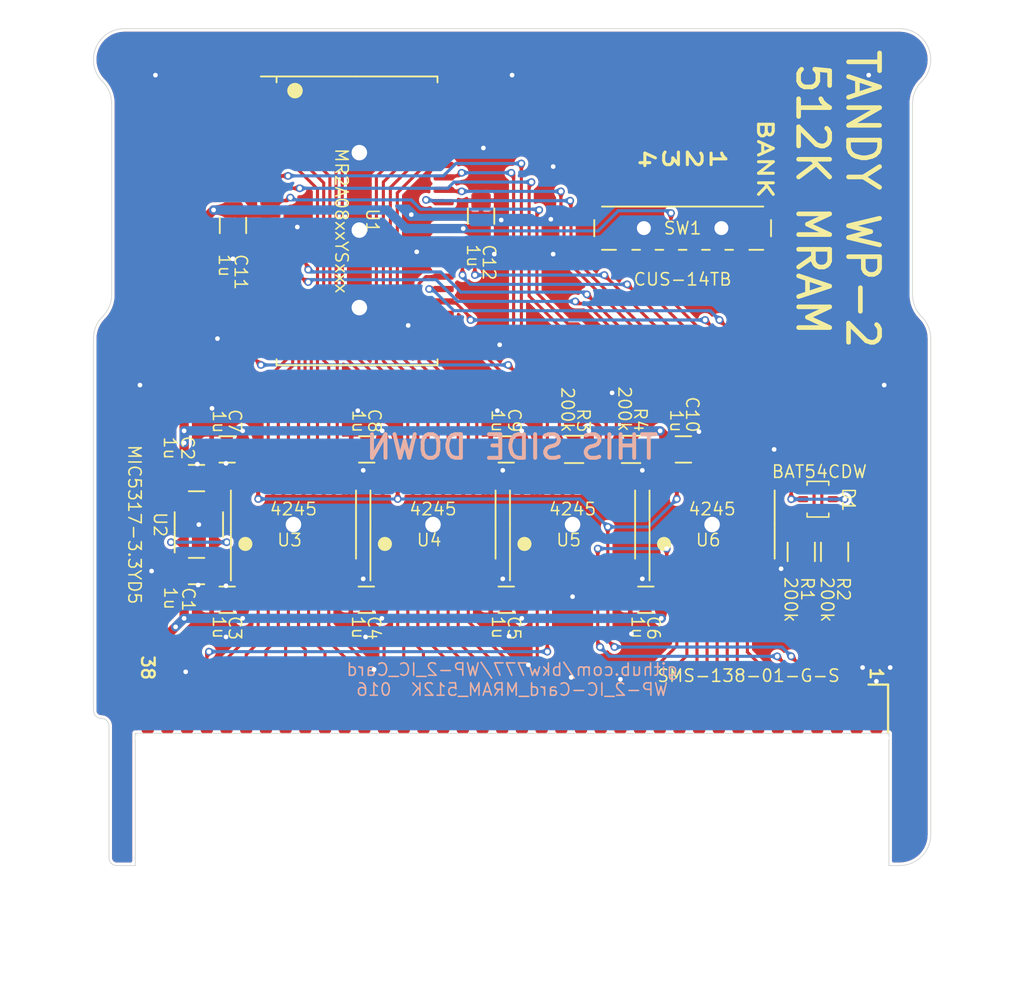
<source format=kicad_pcb>
(kicad_pcb (version 20240108) (generator "pcbnew") (generator_version "8.0")
  (title_block (title "WP-2_IC-Card_MRAM_512K") (date "2024-08-22") (rev "016") (company "Brian K. White - b.kenyon.w@gmail.com") (comment 1 "CC-BY-SA") (comment 2 "github.com/bkw777/WP-2_IC_Card") (comment 3 "PCB THICKNESS 1.2mm"))
  (layers (0 "F.Cu" signal) (31 "B.Cu" signal) (34 "B.Paste" user) (35 "F.Paste" user) (36 "B.SilkS" user "B.Silkscreen") (37 "F.SilkS" user "F.Silkscreen") (38 "B.Mask" user) (39 "F.Mask" user) (44 "Edge.Cuts" user))
  (net 0 "")
  (net 1 "GND")
  (net 2 "/~{CE1}")
  (net 3 "/~{OE}")
  (net 4 "/D0")
  (net 5 "/D1")
  (net 6 "/D2")
  (net 7 "/D3")
  (net 8 "/D4")
  (net 9 "/D5")
  (net 10 "/D6")
  (net 11 "/D7")
  (net 12 "/A16")
  (net 13 "/A15")
  (net 14 "/A14")
  (net 15 "/A13")
  (net 16 "/A12")
  (net 17 "/A11")
  (net 18 "/A10")
  (net 19 "/A9")
  (net 20 "/A8")
  (net 21 "/A7")
  (net 22 "/A6")
  (net 23 "/A5")
  (net 24 "/A4")
  (net 25 "/A3")
  (net 26 "/A2")
  (net 27 "/A1")
  (net 28 "/A0")
  (net 30 "VBUS")
  (net 31 "/3A11")
  (net 36 "/3A9")
  (net 37 "/3A8")
  (net 38 "/3A13")
  (net 39 "/~{3WE}")
  (net 40 "/3A15")
  (net 41 "/3A16")
  (net 42 "/3A14")
  (net 43 "/3A12")
  (net 44 "/3A7")
  (net 45 "/3A6")
  (net 46 "/3A5")
  (net 47 "/3A4")
  (net 48 "/3A3")
  (net 49 "/3A2")
  (net 50 "/3A1")
  (net 51 "/3A0")
  (net 52 "/3D0")
  (net 53 "/3D1")
  (net 54 "/3D2")
  (net 55 "/3D3")
  (net 56 "/3D4")
  (net 57 "/3D5")
  (net 58 "/3D6")
  (net 59 "/3D7")
  (net 60 "/~{3CE1}")
  (net 61 "/3A10")
  (net 63 "/~{3OE}")
  (net 65 "/~{WE}")
  (net 73 "/3A17")
  (net 74 "/3A18")
  (net 78 "VMEM")
  (net 79 "/BANK_2")
  (net 80 "/BANK_4")
  (net 81 "/BANK_3")
  (footprint "0_LOCAL:SMS-138-01-x-x_edge" (layer "F.Cu") (at 135.95 113.72 -90)
    (property "Reference" "J1" (hide yes))
    (property "Value" "SMS-138-01-G-S")
  )
  (footprint "0_LOCAL:pth_wash_1mm" (layer "F.Cu") (at 130.85 100.245)
    (property "Reference" "REF**" (hide yes))
    (property "Value" "pth_wash_1mm" (hide yes))
  )
  (footprint "0_LOCAL:npth_0.6mm" (layer "F.Cu") (at 159.95 114.02)
    (property "Reference" "REF**" (hide yes))
    (property "Value" "npth_0.6mm" (hide yes))
  )
  (footprint "0_LOCAL:C_0805_1mm" (layer "F.Cu") (at 135.575 105.095 180)
    (property "Reference" "C5")
    (property "Value" "1u")
  )
  (footprint "0_LOCAL:C_0805_1mm" (layer "F.Cu") (at 117.575 95.395 180)
    (property "Reference" "C7")
    (property "Value" "1u")
  )
  (footprint "0_LOCAL:C_0805_1mm" (layer "F.Cu") (at 115.6 103.245 180)
    (property "Reference" "C1")
    (property "Value" "1u")
  )
  (footprint "0_LOCAL:C_0805_1mm" (layer "F.Cu") (at 115.6 97.245 180)
    (property "Reference" "C2")
    (property "Value" "1u")
  )
  (footprint "0_LOCAL:R_0805" (layer "F.Cu") (at 156.75 102.0075 90)
    (property "Reference" "R2")
    (property "Value" "200k")
  )
  (footprint "0_LOCAL:TSSOP-24_4.4x7.8mm_P0.65mm" (layer "F.Cu") (at 121.85 100.245 90)
    (property "Reference" "U3")
    (property "Value" "4245")
  )
  (footprint "0_LOCAL:C_0805_1mm" (layer "F.Cu") (at 117.95 80.945 -90)
    (property "Reference" "C11")
    (property "Value" "1u")
  )
  (footprint "0_LOCAL:SW_SP4T_CUS-14B pth" (layer "F.Cu") (at 146.95 81.12 180)
    (property "Reference" "SW1")
    (property "Value" "CUS-14TB")
  )
  (footprint "0_LOCAL:TSSOP-24_4.4x7.8mm_P0.65mm" (layer "F.Cu") (at 130.85 100.245 90)
    (property "Reference" "U4")
    (property "Value" "4245")
  )
  (footprint "0_LOCAL:TSSOP-24_4.4x7.8mm_P0.65mm" (layer "F.Cu") (at 148.85 100.245 90)
    (property "Reference" "U6")
    (property "Value" "4245")
  )
  (footprint "0_LOCAL:C_0805_1mm" (layer "F.Cu") (at 133.95 80.345 90)
    (property "Reference" "C12")
    (property "Value" "1u")
  )
  (footprint "0_LOCAL:C_0805_1mm" (layer "F.Cu") (at 147 95.395)
    (property "Reference" "C10")
    (property "Value" "1u")
  )
  (footprint "0_LOCAL:C_0805_1mm" (layer "F.Cu") (at 126.55 105.095 180)
    (property "Reference" "C4")
    (property "Value" "1u")
  )
  (footprint "0_LOCAL:R_0805" (layer "F.Cu") (at 143.625 95.395)
    (property "Reference" "R4")
    (property "Value" "200k")
  )
  (footprint "0_LOCAL:WP-2_IC_Card_Cover_MRAM_512" (layer "F.Cu") (at 135.95 95.245)
    (property "Reference" "REF**" (hide yes))
    (property "Value" "WP-2_IC_Card_Cover_MRAM_512")
  )
  (footprint "0_LOCAL:pth_wash_1mm" (layer "F.Cu") (at 148.85 100.245)
    (property "Reference" "REF**" (hide yes))
    (property "Value" "pth_wash_1mm" (hide yes))
  )
  (footprint "0_LOCAL:pth_wash_1mm" (layer "F.Cu") (at 139.85 100.245)
    (property "Reference" "REF**" (hide yes))
    (property "Value" "pth_wash_1mm" (hide yes))
  )
  (footprint "0_LOCAL:R_0805" (layer "F.Cu") (at 154.6 102.0075 90)
    (property "Reference" "R1")
    (property "Value" "200k")
  )
  (footprint "0_LOCAL:TSSOP-6-symmetric" (layer "F.Cu") (at 155.675 98.6075)
    (property "Reference" "D1")
    (property "Value" "BAT54CDW")
  )
  (footprint "0_LOCAL:Fiducial_0.75mm_Mask1.5mm" (layer "F.Cu") (at 110.95 70.245)
    (property "Reference" "REF**" (hide yes))
    (property "Value" "Fiducial_0.75mm_Mask1.5mm" (hide yes))
  )
  (footprint "0_LOCAL:pth_wash_1mm" (layer "F.Cu") (at 126.1 81.245)
    (property "Reference" "REF**" (hide yes))
    (property "Value" "pth_wash_1mm" (hide yes))
  )
  (footprint "0_LOCAL:C_0805_1mm" (layer "F.Cu") (at 135.575 95.395 180)
    (property "Reference" "C9")
    (property "Value" "1u")
  )
  (footprint "0_LOCAL:npth_0.6mm" (layer "F.Cu") (at 111.95 114.02)
    (property "Reference" "REF**" (hide yes))
    (property "Value" "npth_0.6mm" (hide yes))
  )
  (footprint "0_LOCAL:C_0805_1mm" (layer "F.Cu") (at 117.575 105.095 180)
    (property "Reference" "C3")
    (property "Value" "1u")
  )
  (footprint "0_LOCAL:TSSOP-24_4.4x7.8mm_P0.65mm" (layer "F.Cu") (at 139.85 100.245 90)
    (property "Reference" "U5")
    (property "Value" "4245")
  )
  (footprint "0_LOCAL:pth_wash_1mm" (layer "F.Cu") (at 126.1 76.245)
    (property "Reference" "REF**" (hide yes))
    (property "Value" "pth_wash_1mm" (hide yes))
  )
  (footprint "0_LOCAL:TSOP-II-44_10.16x18.41mm_P0.8mm" (layer "F.Cu") (at 125.95 80.645)
    (property "Reference" "U1")
    (property "Value" "MR2A08xxYSxxx")
  )
  (footprint "0_LOCAL:Fiducial_0.75mm_Mask1.5mm" (layer "F.Cu") (at 160.95 107.245)
    (property "Reference" "REF**" (hide yes))
    (property "Value" "Fiducial_0.75mm_Mask1.5mm" (hide yes))
  )
  (footprint "0_LOCAL:Fiducial_0.75mm_Mask1.5mm" (layer "F.Cu") (at 160.95 70.245)
    (property "Reference" "REF**" (hide yes))
    (property "Value" "Fiducial_0.75mm_Mask1.5mm" (hide yes))
  )
  (footprint "0_LOCAL:TSOT-23-5" (layer "F.Cu") (at 115.75 100.245 90)
    (property "Reference" "U2")
    (property "Value" "MIC5317-3.3YD5")
  )
  (footprint "0_LOCAL:C_0805_1mm" (layer "F.Cu") (at 126.575 95.395 180)
    (property "Reference" "C8")
    (property "Value" "1u")
  )
  (footprint "0_LOCAL:C_0805_1mm" (layer "F.Cu") (at 144.575 105.095 180)
    (property "Reference" "C6")
    (property "Value" "1u")
  )
  (footprint "0_LOCAL:pth_wash_1mm" (layer "F.Cu") (at 121.85 100.245)
    (property "Reference" "REF**" (hide yes))
    (property "Value" "pth_wash_1mm" (hide yes))
  )
  (footprint "0_LOCAL:R_0805" (layer "F.Cu") (at 139.95 95.395)
    (property "Reference" "R3")
    (property "Value" "200k")
  )
  (footprint "0_LOCAL:pth_wash_1mm" (layer "F.Cu") (at 126.1 86.245)
    (property "Reference" "REF**" (hide yes))
    (property "Value" "pth_wash_1mm" (hide yes))
  )
  (gr_line (start 108.949999 88.245) (end 108.95 112.245) (stroke (width 0.05)) (layer "Edge.Cuts"))
  (gr_line (start 160.95 68.245) (end 110.95 68.245) (stroke (width 0.05)) (layer "Edge.Cuts"))
  (gr_line (start 111.65 113.72) (end 160.25 113.72) (stroke (width 0.05)) (layer "Edge.Cuts"))
  (gr_line (start 160.25 122.245) (end 160.25 113.72) (stroke (width 0.05)) (layer "Edge.Cuts"))
  (gr_line (start 111.65 122.245) (end 111.65 113.72) (stroke (width 0.05)) (layer "Edge.Cuts"))
  (gr_line (start 110.45 122.245) (end 111.65 122.245) (stroke (width 0.05)) (layer "Edge.Cuts"))
  (gr_line (start 160.95 122.245) (end 160.25 122.245) (stroke (width 0.05)) (layer "Edge.Cuts"))
  (gr_line (start 162.95 120.245) (end 162.95 88.245) (stroke (width 0.05)) (layer "Edge.Cuts"))
  (gr_line (start 109.95 113.245) (end 109.95 121.745) (stroke (width 0.05)) (layer "Edge.Cuts"))
  (gr_arc (start 109.535787 71.659214) (mid 109.969333 72.308061) (end 110.121574 73.073428) (stroke (width 0.05)) (layer "Edge.Cuts"))
  (gr_arc (start 162.364213 86.830786) (mid 162.797759 87.479633) (end 162.95 88.245) (stroke (width 0.05)) (layer "Edge.Cuts"))
  (gr_arc (start 162.95 120.245) (mid 162.364214 121.659214) (end 160.95 122.245) (stroke (width 0.05)) (layer "Edge.Cuts"))
  (gr_arc (start 109.45 112.745) (mid 109.803553 112.891447) (end 109.95 113.245) (stroke (width 0.05)) (layer "Edge.Cuts"))
  (gr_arc (start 108.95 70.245) (mid 109.535786 68.830786) (end 110.95 68.245) (stroke (width 0.05)) (layer "Edge.Cuts"))
  (gr_arc (start 160.95 68.245) (mid 162.364214 68.830786) (end 162.95 70.245) (stroke (width 0.05)) (layer "Edge.Cuts"))
  (gr_arc (start 110.45 122.245) (mid 110.096447 122.098553) (end 109.95 121.745) (stroke (width 0.05)) (layer "Edge.Cuts"))
  (gr_arc (start 162.95 70.245) (mid 162.797759 71.010367) (end 162.364213 71.659214) (stroke (width 0.05)) (layer "Edge.Cuts"))
  (gr_arc (start 110.121573 85.416572) (mid 109.969339 86.181944) (end 109.535786 86.830786) (stroke (width 0.05)) (layer "Edge.Cuts"))
  (gr_line (start 161.778426 73.073428) (end 161.778426 85.416572) (stroke (width 0.05)) (layer "Edge.Cuts"))
  (gr_arc (start 162.364213 86.830786) (mid 161.930671 86.181939) (end 161.778426 85.416572) (stroke (width 0.05)) (layer "Edge.Cuts"))
  (gr_arc (start 108.949999 88.245) (mid 109.10224 87.479633) (end 109.535786 86.830786) (stroke (width 0.05)) (layer "Edge.Cuts"))
  (gr_arc (start 161.778426 73.073428) (mid 161.930667 72.308061) (end 162.364213 71.659214) (stroke (width 0.05)) (layer "Edge.Cuts"))
  (gr_arc (start 109.535787 71.659214) (mid 109.102241 71.010367) (end 108.95 70.245) (stroke (width 0.05)) (layer "Edge.Cuts"))
  (gr_line (start 110.121574 73.073428) (end 110.121573 85.416572) (stroke (width 0.05)) (layer "Edge.Cuts"))
  (gr_arc (start 109.45 112.745) (mid 109.096447 112.598553) (end 108.95 112.245) (stroke (width 0.05)) (layer "Edge.Cuts"))
  (gr_text "THIS SIDE DOWN" (at 135.95 95.245 0) (layer "B.SilkS") (effects (font (size 1.524 1.524) (thickness 0.254)) (justify mirror)))
  (gr_text "${COMMENT2}\n${TITLE}  ${REVISION}" (at 135.95 110.245 0) (layer "B.SilkS") (effects (font (size 0.8 0.8) (thickness 0.1)) (justify mirror)))
  (gr_text "1" (at 159.445 110.358 -90) (layer "F.SilkS") (effects (font (size 0.8128 0.8128) (thickness 0.1524)) (justify right)))
  (gr_text "38" (at 112.455 110.358 -90) (layer "F.SilkS") (effects (font (size 0.8128 0.8128) (thickness 0.1524)) (justify right)))
  (gr_text "TANDY WP-2\n512K MRAM" (at 156.95 79.245 270) (layer "F.SilkS") (effects (font (size 2 2) (thickness 0.3))))
  (gr_text "BANK\n\n1\n2\n3\n4" (at 148.45 76.645 270) (layer "F.SilkS") (effects (font (size 0.95 1.3) (thickness 0.2))))
  (segment (start 148 94.245) (end 148 95.395) (width 0.6) (layer "F.Cu") (net 1))
  (via (at 114.9 109.745) (size 0.5) (drill 0.3) (layers "F.Cu" "B.Cu") (net 1))
  (via (at 126.5 107.495) (size 0.5) (drill 0.3) (layers "F.Cu" "B.Cu") (net 1))
  (via (at 115.7 104.145) (size 0.5) (drill 0.3) (layers "F.Cu" "B.Cu") (net 1))
  (via (at 135.95 71.245) (size 0.5) (drill 0.3) (layers "F.Cu" "B.Cu") (net 1))
  (via (at 135 92.895) (size 0.5) (drill 0.3) (layers "F.Cu" "B.Cu") (net 1))
  (via (at 112.7 103.245) (size 0.5) (drill 0.3) (layers "F.Cu" "B.Cu") (net 1))
  (via (at 143.65 107.295) (size 0.5) (drill 0.3) (layers "F.Cu" "B.Cu") (net 1))
  (via (at 127.05 109.595) (size 0.5) (drill 0.3) (layers "F.Cu" "B.Cu") (net 1))
  (via (at 135.15 88.645) (size 0.5) (drill 0.3) (layers "F.Cu" "B.Cu") (net 1))
  (via (at 117.5 96.295) (size 0.5) (drill 0.3) (layers "F.Cu" "B.Cu") (net 1))
  (via (at 153.3 103.095) (size 0.5) (drill 0.3) (layers "F.Cu" "B.Cu") (net 1))
  (via (at 158.556 109.469) (size 0.5) (drill 0.3) (layers "F.Cu" "B.Cu") (net 1))
  (via (at 152.85 95.395) (size 0.5) (drill 0.3) (layers "F.Cu" "B.Cu") (net 1))
  (via (at 111.95 91.245) (size 0.5) (drill 0.3) (layers "F.Cu" "B.Cu") (net 1))
  (via (at 135.25 80.595) (size 0.5) (drill 0.3) (layers "F.Cu" "B.Cu") (net 1))
  (via (at 160.334 109.469) (size 0.5) (drill 0.3) (layers "F.Cu" "B.Cu") (net 1))
  (via (at 129.8 82.645) (size 0.5) (drill 0.3) (layers "F.Cu" "B.Cu") (net 1))
  (via (at 142.935 110.231) (size 0.5) (drill 0.3) (layers "F.Cu" "B.Cu") (net 1))
  (via (at 138.45 80.545) (size 0.5) (drill 0.3) (layers "F.Cu" "B.Cu") (net 1))
  (via (at 135.35 103.745) (size 0.5) (drill 0.3) (layers "F.Cu" "B.Cu") (net 1))
  (via (at 135.75 107.445) (size 0.5) (drill 0.3) (layers "F.Cu" "B.Cu") (net 1))
  (via (at 142.4 91.745) (size 0.5) (drill 0.3) (layers "F.Cu" "B.Cu") (net 1))
  (via (at 126.35 103.745) (size 0.5) (drill 0.3) (layers "F.Cu" "B.Cu") (net 1))
  (via (at 139.85 104.895) (size 0.5) (drill 0.3) (layers "F.Cu" "B.Cu") (net 1))
  (via (at 117.5 107.495) (size 0.5) (drill 0.3) (layers "F.Cu" "B.Cu") (net 1))
  (via (at 137 109.295) (size 0.5) (drill 0.3) (layers "F.Cu" "B.Cu") (net 1))
  (via (at 126.35 96.745) (size 0.5) (drill 0.3) (layers "F.Cu" "B.Cu") (net 1))
  (via (at 115.75 100.245) (size 0.5) (drill 0.3) (layers "F.Cu" "B.Cu") (net 1))
  (via (at 148 94.245) (size 0.5) (drill 0.3) (layers "F.Cu" "B.Cu") (net 1))
  (via (at 117.95 83.095) (size 0.5) (drill 0.3) (layers "F.Cu" "B.Cu") (net 1))
  (via (at 129.45 80.245) (size 0.5) (drill 0.3) (layers "F.Cu" "B.Cu") (net 1))
  (via (at 126 92.895) (size 0.5) (drill 0.3) (layers "F.Cu" "B.Cu") (net 1))
  (via (at 135.35 96.745) (size 0.5) (drill 0.3) (layers "F.Cu" "B.Cu") (net 1))
  (via (at 116.95 88.245) (size 0.5) (drill 0.3) (layers "F.Cu" "B.Cu") (net 1))
  (via (at 139.76 110.104) (size 0.5) (drill 0.3) (layers "F.Cu" "B.Cu") (net 1))
  (via (at 116.6 92.745) (size 0.5) (drill 0.3) (layers "F.Cu" "B.Cu") (net 1))
  (via (at 159.95 91.245) (size 0.5) (drill 0.3) (layers "F.Cu" "B.Cu") (net 1))
  (via (at 138.6 77.145) (size 0.5) (drill 0.3) (layers "F.Cu" "B.Cu") (net 1))
  (via (at 144.35 103.745) (size 0.5) (drill 0.3) (layers "F.Cu" "B.Cu") (net 1))
  (via (at 122.1 81.045) (size 0.5) (drill 0.3) (layers "F.Cu" "B.Cu") (net 1))
  (via (at 112.95 71.245) (size 0.5) (drill 0.3) (layers "F.Cu" "B.Cu") (net 1))
  (via (at 138.6 82.795) (size 0.5) (drill 0.3) (layers "F.Cu" "B.Cu") (net 1))
  (via (at 159.445 110.358) (size 0.5) (drill 0.3) (layers "F.Cu" "B.Cu") (net 1))
  (via (at 129.25 87.395) (size 0.5) (drill 0.3) (layers "F.Cu" "B.Cu") (net 1))
  (via (at 115.65 96.345) (size 0.5) (drill 0.3) (layers "F.Cu" "B.Cu") (net 1))
  (via (at 134.8 82.795) (size 0.5) (drill 0.3) (layers "F.Cu" "B.Cu") (net 1))
  (via (at 158.95 71.245) (size 0.5) (drill 0.3) (layers "F.Cu" "B.Cu") (net 1))
  (via (at 117.5 104.195) (size 0.5) (drill 0.3) (layers "F.Cu" "B.Cu") (net 1))
  (via (at 144.35 96.745) (size 0.5) (drill 0.3) (layers "F.Cu" "B.Cu") (net 1))
  (via (at 134.1 75.945) (size 0.5) (drill 0.3) (layers "F.Cu" "B.Cu") (net 1))
  (segment (start 142.125 107.72) (end 142.125 103.1075) (width 0.2) (layer "F.Cu") (net 2))
  (segment (start 155.635 110.43) (end 155.635 112.32) (width 0.2) (layer "F.Cu") (net 2))
  (segment (start 146.575 98.595) (end 146.575 97.3825) (width 0.2) (layer "F.Cu") (net 2))
  (segment (start 142.55 108.145) (end 142.125 107.72) (width 0.2) (layer "F.Cu") (net 2))
  (segment (start 119.575 97.3825) (end 119.575 98.595) (width 0.2) (layer "F.Cu") (net 2))
  (segment (start 153.95 108.745) (end 155.635 110.43) (width 0.2) (layer "F.Cu") (net 2))
  (segment (start 142.125 100.395) (end 142.125 103.1075) (width 0.2) (layer "F.Cu") (net 2))
  (segment (start 128.575 98.595) (end 128.575 97.3825) (width 0.2) (layer "F.Cu") (net 2))
  (via (at 142.125 100.395) (size 0.5) (drill 0.3) (layers "F.Cu" "B.Cu") (net 2))
  (via (at 146.575 98.595) (size 0.5) (drill 0.3) (layers "F.Cu" "B.Cu") (net 2))
  (via (at 128.575 98.595) (size 0.5) (drill 0.3) (layers "F.Cu" "B.Cu") (net 2))
  (via (at 142.55 108.145) (size 0.5) (drill 0.3) (layers "F.Cu" "B.Cu") (net 2))
  (via (at 119.575 98.595) (size 0.5) (drill 0.3) (layers "F.Cu" "B.Cu") (net 2))
  (via (at 153.95 108.745) (size 0.5) (drill 0.3) (layers "F.Cu" "B.Cu") (net 2))
  (segment (start 140.325 98.595) (end 119.575 98.595) (width 0.2) (layer "B.Cu") (net 2))
  (segment (start 153.35 108.145) (end 153.95 108.745) (width 0.2) (layer "B.Cu") (net 2))
  (segment (start 142.125 100.395) (end 144.775 100.395) (width 0.2) (layer "B.Cu") (net 2))
  (segment (start 142.125 100.395) (end 140.325 98.595) (width 0.2) (layer "B.Cu") (net 2))
  (segment (start 144.775 100.395) (end 146.575 98.595) (width 0.2) (layer "B.Cu") (net 2))
  (segment (start 142.55 108.145) (end 153.35 108.145) (width 0.2) (layer "B.Cu") (net 2))
  (segment (start 141.625 108.145) (end 141.475 107.995) (width 0.2) (layer "F.Cu") (net 3))
  (segment (start 141.475 107.995) (end 141.475 103.1075) (width 0.2) (layer "F.Cu") (net 3))
  (segment (start 141.475 101.795) (end 141.475 103.1075) (width 0.2) (layer "F.Cu") (net 3))
  (segment (start 154.365 110.06) (end 154.365 112.32) (width 0.2) (layer "F.Cu") (net 3))
  (segment (start 145.925 103.1075) (end 145.925 101.795) (width 0.2) (layer "F.Cu") (net 3))
  (segment (start 153.05 108.745) (end 154.365 110.06) (width 0.2) (layer "F.Cu") (net 3))
  (via (at 141.475 101.795) (size 0.5) (drill 0.3) (layers "F.Cu" "B.Cu") (net 3))
  (via (at 141.625 108.145) (size 0.5) (drill 0.3) (layers "F.Cu" "B.Cu") (net 3))
  (via (at 153.05 108.745) (size 0.5) (drill 0.3) (layers "F.Cu" "B.Cu") (net 3))
  (via (at 145.925 101.795) (size 0.5) (drill 0.3) (layers "F.Cu" "B.Cu") (net 3))
  (segment (start 153.05 108.745) (end 142.225 108.745) (width 0.2) (layer "B.Cu") (net 3))
  (segment (start 145.925 101.795) (end 141.475 101.795) (width 0.2) (layer "B.Cu") (net 3))
  (segment (start 142.225 108.745) (end 141.625 108.145) (width 0.2) (layer "B.Cu") (net 3))
  (segment (start 151.125 103.1075) (end 151.125 108.47) (width 0.2) (layer "F.Cu") (net 4))
  (segment (start 153.095 110.44) (end 153.095 112.32) (width 0.2) (layer "F.Cu") (net 4))
  (segment (start 151.125 108.47) (end 153.095 110.44) (width 0.2) (layer "F.Cu") (net 4))
  (segment (start 151.825 112.32) (end 151.825 110.445) (width 0.2) (layer "F.Cu") (net 5))
  (segment (start 150.475 109.095) (end 150.475 103.1075) (width 0.2) (layer "F.Cu") (net 5))
  (segment (start 151.825 110.445) (end 150.475 109.095) (width 0.2) (layer "F.Cu") (net 5))
  (segment (start 149.825 103.1075) (end 149.825 109.72) (width 0.2) (layer "F.Cu") (net 6))
  (segment (start 150.555 110.45) (end 150.555 112.32) (width 0.2) (layer "F.Cu") (net 6))
  (segment (start 149.825 109.72) (end 150.555 110.45) (width 0.2) (layer "F.Cu") (net 6))
  (segment (start 149.175 103.1075) (end 149.175 112.21) (width 0.2) (layer "F.Cu") (net 7))
  (segment (start 149.175 112.21) (end 149.285 112.32) (width 0.2) (layer "F.Cu") (net 7))
  (segment (start 148.525 103.1075) (end 148.525 109.945) (width 0.2) (layer "F.Cu") (net 8))
  (segment (start 148.015 110.455) (end 148.015 112.32) (width 0.2) (layer "F.Cu") (net 8))
  (segment (start 148.525 109.945) (end 148.015 110.455) (width 0.2) (layer "F.Cu") (net 8))
  (segment (start 147.875 103.1075) (end 147.875 109.32) (width 0.2) (layer "F.Cu") (net 9))
  (segment (start 147.875 109.32) (end 146.745 110.45) (width 0.2) (layer "F.Cu") (net 9))
  (segment (start 146.745 110.45) (end 146.745 112.32) (width 0.2) (layer "F.Cu") (net 9))
  (segment (start 147.225 108.695) (end 145.475 110.445) (width 0.2) (layer "F.Cu") (net 10))
  (segment (start 145.475 110.445) (end 145.475 112.32) (width 0.2) (layer "F.Cu") (net 10))
  (segment (start 147.225 103.1075) (end 147.225 108.695) (width 0.2) (layer "F.Cu") (net 10))
  (segment (start 144.205 110.44) (end 144.205 112.32) (width 0.2) (layer "F.Cu") (net 11))
  (segment (start 146.575 108.07) (end 144.205 110.44) (width 0.2) (layer "F.Cu") (net 11))
  (segment (start 146.575 103.1075) (end 146.575 108.07) (width 0.2) (layer "F.Cu") (net 11))
  (segment (start 137.575 103.1075) (end 137.575 108.77) (width 0.2) (layer "F.Cu") (net 12))
  (segment (start 137.575 108.77) (end 137.855 109.05) (width 0.2) (layer "F.Cu") (net 12))
  (segment (start 137.855 109.05) (end 137.855 112.32) (width 0.2) (layer "F.Cu") (net 12))
  (segment (start 136.585 109.955) (end 136.585 112.32) (width 0.2) (layer "F.Cu") (net 13))
  (segment (start 136.675 112.23) (end 136.585 112.32) (width 0.2) (layer "F.Cu") (net 13))
  (segment (start 133.125 106.495) (end 136.585 109.955) (width 0.2) (layer "F.Cu") (net 13))
  (segment (start 133.125 103.1075) (end 133.125 106.495) (width 0.2) (layer "F.Cu") (net 13))
  (segment (start 132.475 103.1075) (end 132.475 106.845) (width 0.2) (layer "F.Cu") (net 14))
  (segment (start 132.475 106.845) (end 135.315 109.685) (width 0.2) (layer "F.Cu") (net 14))
  (segment (start 135.315 109.685) (end 135.315 112.32) (width 0.2) (layer "F.Cu") (net 14))
  (segment (start 131.825 107.17) (end 131.825 103.1075) (width 0.2) (layer "F.Cu") (net 15))
  (segment (start 134.045 112.32) (end 134.045 109.39) (width 0.2) (layer "F.Cu") (net 15))
  (segment (start 134.045 109.39) (end 131.825 107.17) (width 0.2) (layer "F.Cu") (net 15))
  (segment (start 132.775 112.32) (end 132.775 109.07) (width 0.2) (layer "F.Cu") (net 16))
  (segment (start 132.775 109.07) (end 131.175 107.47) (width 0.2) (layer "F.Cu") (net 16))
  (segment (start 131.175 107.47) (end 131.175 103.1075) (width 0.2) (layer "F.Cu") (net 16))
  (segment (start 131.505 112.32) (end 131.505 108.75) (width 0.2) (layer "F.Cu") (net 17))
  (segment (start 130.525 107.77) (end 130.525 103.1075) (width 0.2) (layer "F.Cu") (net 17))
  (segment (start 131.505 108.75) (end 130.525 107.77) (width 0.2) (layer "F.Cu") (net 17))
  (segment (start 129.875 103.1075) (end 129.875 108.135) (width 0.2) (layer "F.Cu") (net 18))
  (segment (start 130.235 108.495) (end 130.235 112.32) (width 0.2) (layer "F.Cu") (net 18))
  (segment (start 129.875 108.135) (end 130.235 108.495) (width 0.2) (layer "F.Cu") (net 18))
  (segment (start 128.965 107.73) (end 128.965 112.32) (width 0.2) (layer "F.Cu") (net 19))
  (segment (start 128.975 112.31) (end 128.965 112.32) (width 0.2) (layer "F.Cu") (net 19))
  (segment (start 129.225 103.1075) (end 129.225 107.47) (width 0.2) (layer "F.Cu") (net 19))
  (segment (start 129.225 107.47) (end 128.965 107.73) (width 0.2) (layer "F.Cu") (net 19))
  (segment (start 128.75 112.105) (end 128.965 112.32) (width 0.2) (layer "F.Cu") (net 19))
  (segment (start 128.575 107.095) (end 127.695 107.975) (width 0.2) (layer "F.Cu") (net 20))
  (segment (start 127.695 107.975) (end 127.695 112.32) (width 0.2) (layer "F.Cu") (net 20))
  (segment (start 128.575 103.1075) (end 128.575 107.095) (width 0.2) (layer "F.Cu") (net 20))
  (segment (start 124.125 106.77) (end 126.425 109.07) (width 0.2) (layer "F.Cu") (net 21))
  (segment (start 126.425 109.07) (end 126.425 112.32) (width 0.2) (layer "F.Cu") (net 21))
  (segment (start 124.125 103.1075) (end 124.125 106.77) (width 0.2) (layer "F.Cu") (net 21))
  (segment (start 123.475 107.12) (end 125.155 108.8) (width 0.2) (layer "F.Cu") (net 22))
  (segment (start 125.155 108.8) (end 125.155 112.32) (width 0.2) (layer "F.Cu") (net 22))
  (segment (start 123.475 103.1075) (end 123.475 107.12) (width 0.2) (layer "F.Cu") (net 22))
  (segment (start 123.885 112.32) (end 123.885 108.53) (width 0.2) (layer "F.Cu") (net 23))
  (segment (start 122.825 107.47) (end 122.825 103.1075) (width 0.2) (layer "F.Cu") (net 23))
  (segment (start 123.885 108.53) (end 122.825 107.47) (width 0.2) (layer "F.Cu") (net 23))
  (segment (start 122.175 107.87) (end 122.615 108.31) (width 0.2) (layer "F.Cu") (net 24))
  (segment (start 122.615 108.31) (end 122.615 112.32) (width 0.2) (layer "F.Cu") (net 24))
  (segment (start 122.175 103.1075) (end 122.175 107.87) (width 0.2) (layer "F.Cu") (net 24))
  (segment (start 121.275 112.25) (end 121.345 112.32) (width 0.2) (layer "F.Cu") (net 25))
  (segment (start 121.345 108.1) (end 121.345 112.32) (width 0.2) (layer "F.Cu") (net 25))
  (segment (start 121.525 103.1075) (end 121.525 107.92) (width 0.2) (layer "F.Cu") (net 25))
  (segment (start 121.525 107.92) (end 121.345 108.1) (width 0.2) (layer "F.Cu") (net 25))
  (segment (start 120.875 103.1075) (end 120.875 107.57) (width 0.2) (layer "F.Cu") (net 26))
  (segment (start 120.875 107.57) (end 120.075 108.37) (width 0.2) (layer "F.Cu") (net 26))
  (segment (start 120.075 108.37) (end 120.075 112.32) (width 0.2) (layer "F.Cu") (net 26))
  (segment (start 120.225 107.22) (end 118.805 108.64) (width 0.2) (layer "F.Cu") (net 27))
  (segment (start 118.805 108.64) (end 118.805 112.32) (width 0.2) (layer "F.Cu") (net 27))
  (segment (start 120.225 103.1075) (end 120.225 107.22) (width 0.2) (layer "F.Cu") (net 27))
  (segment (start 119.575 106.87) (end 117.535 108.91) (width 0.2) (layer "F.Cu") (net 28))
  (segment (start 119.575 103.1075) (end 119.575 106.87) (width 0.2) (layer "F.Cu") (net 28))
  (segment (start 117.535 108.91) (end 117.535 112.32) (width 0.2) (layer "F.Cu") (net 28))
  (segment (start 114.8 106.295) (end 112.455 108.64) (width 0.6) (layer "F.Cu") (net 30))
  (segment (start 118.275 104.795) (end 118.275 103.1075) (width 0.4) (layer "F.Cu") (net 30))
  (segment (start 114.8 103.445) (end 114.8 106.295) (width 0.6) (layer "F.Cu") (net 30))
  (segment (start 114.6 103.245) (end 114.8 103.445) (width 0.6) (layer "F.Cu") (net 30))
  (segment (start 136.275 104.795) (end 136.275 103.1075) (width 0.4) (layer "F.Cu") (net 30))
  (segment (start 136.925 103.1075) (end 136.275 103.1075) (width 0.2) (layer "F.Cu") (net 30))
  (segment (start 112.455 108.64) (end 112.455 112.32) (width 0.6) (layer "F.Cu") (net 30))
  (segment (start 113.95 101.3825) (end 114.8 101.3825) (width 0.2) (layer "F.Cu") (net 30))
  (segment (start 127.55 106.295) (end 127.55 105.095) (width 0.6) (layer "F.Cu") (net 30))
  (segment (start 117.55 101.3825) (end 116.7 101.3825) (width 0.2) (layer "F.Cu") (net 30))
  (segment (start 114.8 103.045) (end 114.6 103.245) (width 0.6) (layer "F.Cu") (net 30))
  (segment (start 145.575 106.295) (end 145.575 105.095) (width 0.6) (layer "F.Cu") (net 30))
  (segment (start 127.925 103.1075) (end 127.275 103.1075) (width 0.2) (layer "F.Cu") (net 30))
  (segment (start 118.575 106.295) (end 118.575 105.095) (width 0.6) (layer "F.Cu") (net 30))
  (segment (start 118.575 105.095) (end 118.275 104.795) (width 0.4) (layer "F.Cu") (net 30))
  (segment (start 136.575 105.095) (end 136.275 104.795) (width 0.4) (layer "F.Cu") (net 30))
  (segment (start 127.55 105.095) (end 127.275 104.82) (width 0.4) (layer "F.Cu") (net 30))
  (segment (start 136.575 106.295) (end 136.575 105.095) (width 0.6) (layer "F.Cu") (net 30))
  (segment (start 118.925 103.1075) (end 118.275 103.1075) (width 0.2) (layer "F.Cu") (net 30))
  (segment (start 127.275 104.82) (end 127.275 103.1075) (width 0.4) (layer "F.Cu") (net 30))
  (segment (start 145.575 105.095) (end 145.275 104.795) (width 0.4) (layer "F.Cu") (net 30))
  (segment (start 145.275 104.795) (end 145.275 103.1075) (width 0.4) (layer "F.Cu") (net 30))
  (segment (start 114.8 101.3825) (end 114.8 103.045) (width 0.6) (layer "F.Cu") (net 30))
  (via (at 136.575 106.295) (size 0.5) (drill 0.3) (layers "F.Cu" "B.Cu") (net 30))
  (via (at 127.55 106.295) (size 0.5) (drill 0.3) (layers "F.Cu" "B.Cu") (net 30))
  (via (at 117.55 101.3825) (size 0.5) (drill 0.3) (layers "F.Cu" "B.Cu") (net 30))
  (via (at 114.25 106.845) (size 0.5) (drill 0.3) (layers "F.Cu" "B.Cu") (net 30))
  (via (at 113.95 101.3825) (size 0.5) (drill 0.3) (layers "F.Cu" "B.Cu") (net 30))
  (via (at 145.575 106.295) (size 0.5) (drill 0.3) (layers "F.Cu" "B.Cu") (net 30))
  (via (at 114.8 106.295) (size 0.5) (drill 0.3) (layers "F.Cu" "B.Cu") (net 30))
  (via (at 118.575 106.295) (size 0.5) (drill 0.3) (layers "F.Cu" "B.Cu") (net 30))
  (segment (start 114.8 106.295) (end 114.25 106.845) (width 0.6) (layer "B.Cu") (net 30))
  (segment (start 114.8 106.295) (end 145.575 106.295) (width 0.6) (layer "B.Cu") (net 30))
  (segment (start 117.55 101.3825) (end 113.95 101.3825) (width 0.2) (layer "B.Cu") (net 30))
  (segment (start 131.175 93.22) (end 127.65 89.695) (width 0.2) (layer "F.Cu") (net 31))
  (segment (start 127.65 78.145) (end 130.35 75.445) (width 0.2) (layer "F.Cu") (net 31))
  (segment (start 131.175 97.3825) (end 131.175 93.22) (width 0.2) (layer "F.Cu") (net 31))
  (segment (start 127.65 89.695) (end 127.65 78.145) (width 0.2) (layer "F.Cu") (net 31))
  (segment (start 130.35 75.445) (end 131.5375 75.445) (width 0.2) (layer "F.Cu") (net 31))
  (segment (start 121.85 73.845) (end 120.3625 73.845) (width 0.2) (layer "F.Cu") (net 36))
  (segment (start 129.875 97.3825) (end 129.875 93.37) (width 0.2) (layer "F.Cu") (net 36))
  (segment (start 125 88.495) (end 125 76.995) (width 0.2) (layer "F.Cu") (net 36))
  (segment (start 125 76.995) (end 121.85 73.845) (width 0.2) (layer "F.Cu") (net 36))
  (segment (start 129.875 93.37) (end 125 88.495) (width 0.2) (layer "F.Cu") (net 36))
  (segment (start 124.6 88.845) (end 124.6 77.395) (width 0.2) (layer "F.Cu") (net 37))
  (segment (start 121.85 74.645) (end 120.3625 74.645) (width 0.2) (layer "F.Cu") (net 37))
  (segment (start 124.6 77.395) (end 121.85 74.645) (width 0.2) (layer "F.Cu") (net 37))
  (segment (start 129.225 93.47) (end 124.6 88.845) (width 0.2) (layer "F.Cu") (net 37))
  (segment (start 129.225 97.3825) (end 129.225 93.47) (width 0.2) (layer "F.Cu") (net 37))
  (segment (start 132.475 93.07) (end 128.55 89.145) (width 0.2) (layer "F.Cu") (net 38))
  (segment (start 132.475 97.3825) (end 132.475 93.07) (width 0.2) (layer "F.Cu") (net 38))
  (segment (start 130.35 77.045) (end 131.5375 77.045) (width 0.2) (layer "F.Cu") (net 38))
  (segment (start 128.55 78.845) (end 130.35 77.045) (width 0.2) (layer "F.Cu") (net 38))
  (segment (start 128.55 89.145) (end 128.55 78.845) (width 0.2) (layer "F.Cu") (net 38))
  (segment (start 120.2625 83.545) (end 120.3625 83.445) (width 0.2) (layer "F.Cu") (net 39))
  (segment (start 119.25 89.445) (end 119.25 83.845) (width 0.2) (layer "F.Cu") (net 39))
  (segment (start 138.875 95.52) (end 139 95.395) (width 0.2) (layer "F.Cu") (net 39))
  (segment (start 135.7 89.945) (end 139 93.245) (width 0.2) (layer "F.Cu") (net 39))
  (segment (start 119.75 89.945) (end 119.25 89.445) (width 0.2) (layer "F.Cu") (net 39))
  (segment (start 138.875 97.3825) (end 138.875 95.52) (width 0.2) (layer "F.Cu") (net 39))
  (segment (start 139 93.245) (end 139 95.395) (width 0.2) (layer "F.Cu") (net 39))
  (segment (start 119.55 83.545) (end 120.2625 83.545) (width 0.2) (layer "F.Cu") (net 39))
  (segment (start 119.25 83.845) (end 119.55 83.545) (width 0.2) (layer "F.Cu") (net 39))
  (via (at 119.75 89.945) (size 0.5) (drill 0.3) (layers "F.Cu" "B.Cu") (net 39))
  (via (at 135.7 89.945) (size 0.5) (drill 0.3) (layers "F.Cu" "B.Cu") (net 39))
  (segment (start 135.7 89.945) (end 119.75 89.945) (width 0.2) (layer "B.Cu") (net 39))
  (segment (start 133.775 97.3825) (end 133.675 97.2825) (width 0.2) (layer "F.Cu") (net 40))
  (segment (start 130.35 87.02) (end 130.625 86.745) (width 0.2) (layer "F.Cu") (net 40))
  (segment (start 133.675 97.2825) (end 133.675 92.745) (width 0.2) (layer "F.Cu") (net 40))
  (segment (start 131.4375 86.745) (end 131.5375 86.645) (width 0.2) (layer "F.Cu") (net 40))
  (segment (start 133.675 92.745) (end 130.35 89.42) (width 0.2) (layer "F.Cu") (net 40))
  (segment (start 130.625 86.745) (end 131.4375 86.745) (width 0.2) (layer "F.Cu") (net 40))
  (segment (start 130.35 89.42) (end 130.35 87.02) (width 0.2) (layer "F.Cu") (net 40))
  (segment (start 138.225 97.3825) (end 138.225 93.37) (width 0.2) (layer "F.Cu") (net 41))
  (segment (start 132.4 87.545) (end 131.6375 87.545) (width 0.2) (layer "F.Cu") (net 41))
  (segment (start 138.225 93.37) (end 132.4 87.545) (width 0.2) (layer "F.Cu") (net 41))
  (segment (start 131.6375 87.545) (end 131.5375 87.445) (width 0.2) (layer "F.Cu") (net 41))
  (segment (start 129.95 84.695) (end 130.4 84.245) (width 0.2) (layer "F.Cu") (net 42))
  (segment (start 129.95 89.795) (end 129.95 84.695) (width 0.2) (layer "F.Cu") (net 42))
  (segment (start 133.125 92.97) (end 129.95 89.795) (width 0.2) (layer "F.Cu") (net 42))
  (segment (start 130.4 84.245) (end 131.5375 84.245) (width 0.2) (layer "F.Cu") (net 42))
  (segment (start 133.125 97.3825) (end 133.125 92.97) (width 0.2) (layer "F.Cu") (net 42))
  (segment (start 131.825 97.3825) (end 131.825 93.17) (width 0.2) (layer "F.Cu") (net 43))
  (segment (start 131.825 93.17) (end 128.1 89.445) (width 0.2) (layer "F.Cu") (net 43))
  (segment (start 128.1 89.445) (end 128.1 78.495) (width 0.2) (layer "F.Cu") (net 43))
  (segment (start 128.1 78.495) (end 130.35 76.245) (width 0.2) (layer "F.Cu") (net 43))
  (segment (start 130.35 76.245) (end 131.5375 76.245) (width 0.2) (layer "F.Cu") (net 43))
  (segment (start 124.775 97.3825) (end 124.675 97.2825) (width 0.2) (layer "F.Cu") (net 44))
  (segment (start 124.2 89.245) (end 124.2 77.795) (width 0.2) (layer "F.Cu") (net 44))
  (segment (start 124.2 77.795) (end 121.85 75.445) (width 0.2) (layer "F.Cu") (net 44))
  (segment (start 124.675 89.72) (end 124.2 89.245) (width 0.2) (layer "F.Cu") (net 44))
  (segment (start 121.85 75.445) (end 120.3625 75.445) (width 0.2) (layer "F.Cu") (net 44))
  (segment (start 124.675 97.2825) (end 124.675 89.72) (width 0.2) (layer "F.Cu") (net 44))
  (segment (start 123.8 89.645) (end 123.8 78.195) (width 0.2) (layer "F.Cu") (net 45))
  (segment (start 124.125 89.97) (end 123.8 89.645) (width 0.2) (layer "F.Cu") (net 45))
  (segment (start 124.125 97.3825) (end 124.125 89.97) (width 0.2) (layer "F.Cu") (net 45))
  (segment (start 123.8 78.195) (end 121.85 76.245) (width 0.2) (layer "F.Cu") (net 45))
  (segment (start 121.85 76.245) (end 120.3625 76.245) (width 0.2) (layer "F.Cu") (net 45))
  (segment (start 123.4 97.3075) (end 123.4 78.595) (width 0.2) (layer "F.Cu") (net 46))
  (segment (start 123.475 97.3825) (end 123.4 97.3075) (width 0.2) (layer "F.Cu") (net 46))
  (segment (start 123.4 78.595) (end 121.85 77.045) (width 0.2) (layer "F.Cu") (net 46))
  (segment (start 121.85 77.045) (end 120.3625 77.045) (width 0.2) (layer "F.Cu") (net 46))
  (segment (start 121.2 84.345) (end 120.4625 84.345) (width 0.2) (layer "F.Cu") (net 47))
  (segment (start 123 91.045) (end 123 86.145) (width 0.2) (layer "F.Cu") (net 47))
  (segment (start 120.4625 84.345) (end 120.3625 84.245) (width 0.2) (layer "F.Cu") (net 47))
  (segment (start 122.825 97.3825) (end 122.825 91.22) (width 0.2) (layer "F.Cu") (net 47))
  (segment (start 122.825 91.22) (end 123 91.045) (width 0.2) (layer "F.Cu") (net 47))
  (segment (start 123 86.145) (end 121.2 84.345) (width 0.2) (layer "F.Cu") (net 47))
  (segment (start 120.4625 85.145) (end 120.3625 85.045) (width 0.2) (layer "F.Cu") (net 48))
  (segment (start 121.175 85.145) (end 120.4625 85.145) (width 0.2) (layer "F.Cu") (net 48))
  (segment (start 122.175 91.12) (end 122.6 90.695) (width 0.2) (layer "F.Cu") (net 48))
  (segment (start 122.6 86.57) (end 121.175 85.145) (width 0.2) (layer "F.Cu") (net 48))
  (segment (start 122.6 90.695) (end 122.6 86.57) (width 0.2) (layer "F.Cu") (net 48))
  (segment (start 122.175 97.3825) (end 122.175 91.12) (width 0.2) (layer "F.Cu") (net 48))
  (segment (start 122.2 87.01375) (end 121.13125 85.945) (width 0.2) (layer "F.Cu") (net 49))
  (segment (start 121.525 91.02) (end 122.2 90.345) (width 0.2) (layer "F.Cu") (net 49))
  (segment (start 120.4625 85.945) (end 120.3625 85.845) (width 0.2) (layer "F.Cu") (net 49))
  (segment (start 122.2 90.345) (end 122.2 87.01375) (width 0.2) (layer "F.Cu") (net 49))
  (segment (start 121.525 97.3825) (end 121.525 91.02) (width 0.2) (layer "F.Cu") (net 49))
  (segment (start 121.13125 85.945) (end 120.4625 85.945) (width 0.2) (layer "F.Cu") (net 49))
  (segment (start 120.4625 86.745) (end 120.3625 86.645) (width 0.2) (layer "F.Cu") (net 50))
  (segment (start 121.8 87.4325) (end 121.1125 86.745) (width 0.2) (layer "F.Cu") (net 50))
  (segment (start 120.875 97.3825) (end 120.875 90.92) (width 0.2) (layer "F.Cu") (net 50))
  (segment (start 121.1125 86.745) (end 120.4625 86.745) (width 0.2) (layer "F.Cu") (net 50))
  (segment (start 121.8 89.995) (end 121.8 87.4325) (width 0.2) (layer "F.Cu") (net 50))
  (segment (start 120.875 90.92) (end 121.8 89.995) (width 0.2) (layer "F.Cu") (net 50))
  (segment (start 120.4625 87.545) (end 120.3625 87.445) (width 0.2) (layer "F.Cu") (net 51))
  (segment (start 121.1125 87.545) (end 120.4625 87.545) (width 0.2) (layer "F.Cu") (net 51))
  (segment (start 120.225 90.77) (end 121.4 89.595) (width 0.2) (layer "F.Cu") (net 51))
  (segment (start 121.4 87.8325) (end 121.1125 87.545) (width 0.2) (layer "F.Cu") (net 51))
  (segment (start 121.4 89.595) (end 121.4 87.8325) (width 0.2) (layer "F.Cu") (net 51))
  (segment (start 120.225 97.3825) (end 120.225 90.77) (width 0.2) (layer "F.Cu") (net 51))
  (segment (start 140.025 87.795) (end 146.8 94.57) (width 0.2) (layer "F.Cu") (net 52))
  (segment (start 122.25 78.545) (end 120.4625 78.545) (width 0.2) (layer "F.Cu") (net 52))
  (segment (start 137.05 78.295) (end 137.05 85.495) (width 0.2) (layer "F.Cu") (net 52))
  (segment (start 139.35 87.795) (end 140.025 87.795) (width 0.2) (layer "F.Cu") (net 52))
  (segment (start 120.4625 78.545) (end 120.3625 78.645) (width 0.2) (layer "F.Cu") (net 52))
  (segment (start 146.8 96.27) (end 147.125 96.595) (width 0.2) (layer "F.Cu") (net 52))
  (segment (start 137.05 85.495) (end 139.35 87.795) (width 0.2) (layer "F.Cu") (net 52))
  (segment (start 147.125 96.595) (end 147.125 97.2825) (width 0.2) (layer "F.Cu") (net 52))
  (segment (start 147.125 97.2825) (end 147.225 97.3825) (width 0.2) (layer "F.Cu") (net 52))
  (segment (start 146.8 94.57) (end 146.8 96.27) (width 0.2) (layer "F.Cu") (net 52))
  (segment (start 137.2 78.145) (end 137.05 78.295) (width 0.2) (layer "F.Cu") (net 52))
  (via (at 122.25 78.545) (size 0.5) (drill 0.3) (layers "F.Cu" "B.Cu") (net 52))
  (via (at 137.2 78.145) (size 0.5) (drill 0.3) (layers "F.Cu" "B.Cu") (net 52))
  (segment (start 132.2 78.145) (end 131.8 78.545) (width 0.2) (layer "B.Cu") (net 52))
  (segment (start 137.2 78.145) (end 132.2 78.145) (width 0.2) (layer "B.Cu") (net 52))
  (segment (start 131.8 78.545) (end 122.25 78.545) (width 0.2) (layer "B.Cu") (net 52))
  (segment (start 147.775 97.2825) (end 147.875 97.3825) (width 0.2) (layer "F.Cu") (net 53))
  (segment (start 121.65 79.145) (end 121.45 79.345) (width 0.2) (layer "F.Cu") (net 53))
  (segment (start 137.55 80.095) (end 137.55 85.295) (width 0.2) (layer "F.Cu") (net 53))
  (segment (start 147.55 96.345) (end 147.775 96.57) (width 0.2) (layer "F.Cu") (net 53))
  (segment (start 140.2 87.295) (end 147.2 94.295) (width 0.2) (layer "F.Cu") (net 53))
  (segment (start 137.7 79.945) (end 137.55 80.095) (width 0.2) (layer "F.Cu") (net 53))
  (segment (start 147.775 96.57) (end 147.775 97.2825) (width 0.2) (layer "F.Cu") (net 53))
  (segment (start 147.2 96.095) (end 147.45 96.345) (width 0.2) (layer "F.Cu") (net 53))
  (segment (start 139.55 87.295) (end 140.2 87.295) (width 0.2) (layer "F.Cu") (net 53))
  (segment (start 147.45 96.345) (end 147.55 96.345) (width 0.2) (layer "F.Cu") (net 53))
  (segment (start 121.45 79.345) (end 120.4625 79.345) (width 0.2) (layer "F.Cu") (net 53))
  (segment (start 120.4625 79.345) (end 120.3625 79.445) (width 0.2) (layer "F.Cu") (net 53))
  (segment (start 137.55 85.295) (end 139.55 87.295) (width 0.2) (layer "F.Cu") (net 53))
  (segment (start 147.2 94.295) (end 147.2 96.095) (width 0.2) (layer "F.Cu") (net 53))
  (via (at 137.7 79.945) (size 0.5) (drill 0.3) (layers "F.Cu" "B.Cu") (net 53))
  (via (at 121.65 79.145) (size 0.5) (drill 0.3) (layers "F.Cu" "B.Cu") (net 53))
  (segment (start 137.7 79.945) (end 137.65 79.895) (width 0.2) (layer "B.Cu") (net 53))
  (segment (start 121.8 79.295) (end 121.65 79.145) (width 0.2) (layer "B.Cu") (net 53))
  (segment (start 137.65 79.895) (end 130.05 79.895) (width 0.2) (layer "B.Cu") (net 53))
  (segment (start 130.05 79.895) (end 129.45 79.295) (width 0.2) (layer "B.Cu") (net 53))
  (segment (start 129.45 79.295) (end 121.8 79.295) (width 0.2) (layer "B.Cu") (net 53))
  (segment (start 149.2 97.3575) (end 149.175 97.3825) (width 0.2) (layer "F.Cu") (net 54))
  (segment (start 140.775 85.395) (end 149.2 93.82) (width 0.2) (layer "F.Cu") (net 54))
  (segment (start 121.175 81.945) (end 120.4625 81.945) (width 0.2) (layer "F.Cu") (net 54))
  (segment (start 122.8 83.795) (end 122.8 83.57) (width 0.2) (layer "F.Cu") (net 54))
  (segment (start 149.2 93.82) (end 149.2 97.3575) (width 0.2) (layer "F.Cu") (net 54))
  (segment (start 122.8 83.57) (end 121.175 81.945) (width 0.2) (layer "F.Cu") (net 54))
  (segment (start 120.4625 81.945) (end 120.3625 81.845) (width 0.2) (layer "F.Cu") (net 54))
  (via (at 140.775 85.395) (size 0.5) (drill 0.3) (layers "F.Cu" "B.Cu") (net 54))
  (via (at 122.8 83.795) (size 0.5) (drill 0.3) (layers "F.Cu" "B.Cu") (net 54))
  (segment (start 140.775 85.395) (end 140.625 85.245) (width 0.2) (layer "B.Cu") (net 54))
  (segment (start 132.65 85.245) (end 131.35 83.945) (width 0.2) (layer "B.Cu") (net 54))
  (segment (start 122.95 83.945) (end 122.8 83.795) (width 0.2) (layer "B.Cu") (net 54))
  (segment (start 140.625 85.245) (end 132.65 85.245) (width 0.2) (layer "B.Cu") (net 54))
  (segment (start 131.35 83.945) (end 122.95 83.945) (width 0.2) (layer "B.Cu") (net 54))
  (segment (start 148.625 97.2825) (end 148.525 97.3825) (width 0.2) (layer "F.Cu") (net 55))
  (segment (start 122.8 84.595) (end 122.675 84.595) (width 0.2) (layer "F.Cu") (net 55))
  (segment (start 122.05 83.595) (end 121.2 82.745) (width 0.2) (layer "F.Cu") (net 55))
  (segment (start 122.05 83.97) (end 122.05 83.595) (width 0.2) (layer "F.Cu") (net 55))
  (segment (start 148.8 96.12) (end 148.625 96.295) (width 0.2) (layer "F.Cu") (net 55))
  (segment (start 140.75 85.995) (end 148.8 94.045) (width 0.2) (layer "F.Cu") (net 55))
  (segment (start 122.675 84.595) (end 122.05 83.97) (width 0.2) (layer "F.Cu") (net 55))
  (segment (start 140.025 85.845) (end 140.175 85.995) (width 0.2) (layer "F.Cu") (net 55))
  (segment (start 120.4625 82.745) (end 120.3625 82.645) (width 0.2) (layer "F.Cu") (net 55))
  (segment (start 148.625 96.295) (end 148.625 97.2825) (width 0.2) (layer "F.Cu") (net 55))
  (segment (start 148.8 94.045) (end 148.8 96.12) (width 0.2) (layer "F.Cu") (net 55))
  (segment (start 140.175 85.995) (end 140.75 85.995) (width 0.2) (layer "F.Cu") (net 55))
  (segment (start 121.2 82.745) (end 120.4625 82.745) (width 0.2) (layer "F.Cu") (net 55))
  (via (at 122.8 84.595) (size 0.5) (drill 0.3) (layers "F.Cu" "B.Cu") (net 55))
  (via (at 140.025 85.845) (size 0.5) (drill 0.3) (layers "F.Cu" "B.Cu") (net 55))
  (segment (start 122.95 84.445) (end 122.8 84.595) (width 0.2) (layer "B.Cu") (net 55))
  (segment (start 131.05 84.445) (end 122.95 84.445) (width 0.2) (layer "B.Cu") (net 55))
  (segment (start 140.025 85.845) (end 132.45 85.845) (width 0.2) (layer "B.Cu") (net 55))
  (segment (start 132.45 85.845) (end 131.05 84.445) (width 0.2) (layer "B.Cu") (net 55))
  (segment (start 131.6375 82.745) (end 131.5375 82.645) (width 0.2) (layer "F.Cu") (net 56))
  (segment (start 132.75 83.12) (end 132.375 82.745) (width 0.2) (layer "F.Cu") (net 56))
  (segment (start 132.375 82.745) (end 131.6375 82.745) (width 0.2) (layer "F.Cu") (net 56))
  (segment (start 143.375 84.745) (end 151.775 93.145) (width 0.2) (layer "F.Cu") (net 56))
  (segment (start 132.75 84.145) (end 132.75 83.12) (width 0.2) (layer "F.Cu") (net 56))
  (segment (start 151.775 93.145) (end 151.775 97.3825) (width 0.2) (layer "F.Cu") (net 56))
  (via (at 132.75 84.145) (size 0.5) (drill 0.3) (layers "F.Cu" "B.Cu") (net 56))
  (via (at 143.375 84.745) (size 0.5) (drill 0.3) (layers "F.Cu" "B.Cu") (net 56))
  (segment (start 143.375 84.745) (end 133.25 84.745) (width 0.2) (layer "B.Cu") (net 56))
  (segment (start 132.75 84.245) (end 132.75 84.145) (width 0.2) (layer "B.Cu") (net 56))
  (segment (start 133.25 84.745) (end 132.75 84.245) (width 0.2) (layer "B.Cu") (net 56))
  (segment (start 141.9 84.145) (end 151.125 93.37) (width 0.2) (layer "F.Cu") (net 57))
  (segment (start 151.125 93.37) (end 151.125 97.3825) (width 0.2) (layer "F.Cu") (net 57))
  (segment (start 132.4 81.945) (end 131.6375 81.945) (width 0.2) (layer "F.Cu") (net 57))
  (segment (start 133.55 84.145) (end 133.55 83.095) (width 0.2) (layer "F.Cu") (net 57))
  (segment (start 133.55 83.095) (end 132.4 81.945) (width 0.2) (layer "F.Cu") (net 57))
  (segment (start 131.6375 81.945) (end 131.5375 81.845) (width 0.2) (layer "F.Cu") (net 57))
  (via (at 133.55 84.145) (size 0.5) (drill 0.3) (layers "F.Cu" "B.Cu") (net 57))
  (via (at 141.9 84.145) (size 0.5) (drill 0.3) (layers "F.Cu" "B.Cu") (net 57))
  (segment (start 141.9 84.145) (end 133.55 84.145) (width 0.2) (layer "B.Cu") (net 57))
  (segment (start 139.75 82.87) (end 150.475 93.595) (width 0.2) (layer "F.Cu") (net 58))
  (segment (start 130.45 79.345) (end 131.45 79.345) (width 0.2) (layer "F.Cu") (net 58))
  (segment (start 131.5375 79.4325) (end 131.5375 79.445) (width 0.2) (layer "F.Cu") (net 58))
  (segment (start 131.45 79.345) (end 131.5375 79.4325) (width 0.2) (layer "F.Cu") (net 58))
  (segment (start 139.75 79.395) (end 139.75 82.87) (width 0.2) (layer "F.Cu") (net 58))
  (segment (start 150.475 93.595) (end 150.475 97.3825) (width 0.2) (layer "F.Cu") (net 58))
  (segment (start 139.7 79.345) (end 139.75 79.395) (width 0.2) (layer "F.Cu") (net 58))
  (segment (start 130.4 79.295) (end 130.45 79.345) (width 0.2) (layer "F.Cu") (net 58))
  (via (at 130.4 79.295) (size 0.5) (drill 0.3) (layers "F.Cu" "B.Cu") (net 58))
  (via (at 139.7 79.345) (size 0.5) (drill 0.3) (layers "F.Cu" "B.Cu") (net 58))
  (segment (start 130.45 79.345) (end 130.4 79.295) (width 0.2) (layer "B.Cu") (net 58))
  (segment (start 139.7 79.345) (end 130.45 79.345) (width 0.2) (layer "B.Cu") (net 58))
  (segment (start 139.3 83.045) (end 149.825 93.57) (width 0.2) (layer "F.Cu") (net 59))
  (segment (start 139.3 79.845) (end 139.3 83.045) (width 0.2) (layer "F.Cu") (net 59))
  (segment (start 149.825 93.57) (end 149.825 97.3825) (width 0.2) (layer "F.Cu") (net 59))
  (segment (start 131.6375 78.745) (end 131.5375 78.645) (width 0.2) (layer "F.Cu") (net 59))
  (segment (start 132.7 78.745) (end 131.6375 78.745) (width 0.2) (layer "F.Cu") (net 59))
  (segment (start 139.1 79.645) (end 139.3 79.845) (width 0.2) (layer "F.Cu") (net 59))
  (segment (start 139.1 78.745) (end 139.1 79.645) (width 0.2) (layer "F.Cu") (net 59))
  (via (at 132.7 78.745) (size 0.5) (drill 0.3) (layers "F.Cu" "B.Cu") (net 59))
  (via (at 139.1 78.745) (size 0.5) (drill 0.3) (layers "F.Cu" "B.Cu") (net 59))
  (segment (start 139.1 78.745) (end 132.7 78.745) (width 0.2) (layer "B.Cu") (net 59))
  (segment (start 121.5 77.745) (end 120.4625 77.745) (width 0.2) (layer "F.Cu") (net 60))
  (segment (start 136.55 87.47) (end 142.675 93.595) (width 0.2) (layer "F.Cu") (net 60))
  (segment (start 142.775 95.495) (end 142.775 97.3825) (width 0.2) (layer "F.Cu") (net 60))
  (segment (start 142.675 93.595) (end 142.675 95.395) (width 0.2) (layer "F.Cu") (net 60))
  (segment (start 136.55 76.945) (end 136.55 87.47) (width 0.2) (layer "F.Cu") (net 60))
  (segment (start 120.4625 77.745) (end 120.3625 77.845) (width 0.2) (layer "F.Cu") (net 60))
  (segment (start 142.675 95.395) (end 142.775 95.495) (width 0.2) (layer "F.Cu") (net 60))
  (via (at 121.5 77.745) (size 0.5) (drill 0.3) (layers "F.Cu" "B.Cu") (net 60))
  (via (at 136.55 76.945) (size 0.5) (drill 0.3) (layers "F.Cu" "B.Cu") (net 60))
  (segment (start 132.325 76.945) (end 131.525 77.745) (width 0.2) (layer "B.Cu") (net 60))
  (segment (start 136.55 76.945) (end 132.325 76.945) (width 0.2) (layer "B.Cu") (net 60))
  (segment (start 131.525 77.745) (end 121.5 77.745) (width 0.2) (layer "B.Cu") (net 60))
  (segment (start 130.525 93.27) (end 127.2 89.945) (width 0.2) (layer "F.Cu") (net 61))
  (segment (start 130.35 74.645) (end 131.5375 74.645) (width 0.2) (layer "F.Cu") (net 61))
  (segment (start 127.2 89.945) (end 127.2 77.795) (width 0.2) (layer "F.Cu") (net 61))
  (segment (start 127.2 77.795) (end 130.35 74.645) (width 0.2) (layer "F.Cu") (net 61))
  (segment (start 130.525 97.3825) (end 130.525 93.27) (width 0.2) (layer "F.Cu") (net 61))
  (segment (start 142.025 97.2825) (end 142.125 97.3825) (width 0.2) (layer "F.Cu") (net 63))
  (segment (start 142.025 93.72) (end 142.025 97.2825) (width 0.2) (layer "F.Cu") (net 63))
  (segment (start 136.05 87.745) (end 142.025 93.72) (width 0.2) (layer "F.Cu") (net 63))
  (segment (start 136.05 77.695) (end 136.05 87.745) (width 0.2) (layer "F.Cu") (net 63))
  (segment (start 132.7 77.545) (end 132.5 77.745) (width 0.2) (layer "F.Cu") (net 63))
  (segment (start 131.6375 77.745) (end 131.5375 77.845) (width 0.2) (layer "F.Cu") (net 63))
  (segment (start 132.5 77.745) (end 131.6375 77.745) (width 0.2) (layer "F.Cu") (net 63))
  (segment (start 135.9 77.545) (end 136.05 77.695) (width 0.2) (layer "F.Cu") (net 63))
  (via (at 132.7 77.545) (size 0.5) (drill 0.3) (layers "F.Cu" "B.Cu") (net 63))
  (via (at 135.9 77.545) (size 0.5) (drill 0.3) (layers "F.Cu" "B.Cu") (net 63))
  (segment (start 132.7 77.545) (end 135.9 77.545) (width 0.2) (layer "B.Cu") (net 63))
  (segment (start 116.265 108.58) (end 116.265 112.32) (width 0.2) (layer "F.Cu") (net 65))
  (segment (start 116.4 108.445) (end 116.265 108.58) (width 0.2) (layer "F.Cu") (net 65))
  (segment (start 138.225 108.445) (end 138.225 103.1075) (width 0.2) (layer "F.Cu") (net 65))
  (via (at 138.225 108.445) (size 0.5) (drill 0.3) (layers "F.Cu" "B.Cu") (net 65))
  (via (at 116.4 108.445) (size 0.5) (drill 0.3) (layers "F.Cu" "B.Cu") (net 65))
  (segment (start 138.225 108.445) (end 116.4 108.445) (width 0.2) (layer "B.Cu") (net 65))
  (segment (start 155.425 99.1075) (end 155.425 99.4075) (width 0.2) (layer "F.Cu") (net 73))
  (segment (start 148.4 87.045) (end 155.425 94.07) (width 0.2) (layer "F.Cu") (net 73))
  (segment (start 155.275 99.2575) (end 155.425 99.4075) (width 0.2) (layer "F.Cu") (net 73))
  (segment (start 132.325 85.945) (end 133.275 86.895) (width 0.2) (layer "F.Cu") (net 73))
  (segment (start 131.6375 85.945) (end 132.325 85.945) (width 0.2) (layer "F.Cu") (net 73))
  (segment (start 155.425 99.4075) (end 155.425 100.5325) (width 0.2) (layer "F.Cu") (net 73))
  (segment (start 154.725 99.2575) (end 155.275 99.2575) (width 0.2) (layer "F.Cu") (net 73))
  (segment (start 154.9 101.0575) (end 154.6 101.0575) (width 0.2) (layer "F.Cu") (net 73))
  (segment (start 155.425 100.5325) (end 154.9 101.0575) (width 0.2) (layer "F.Cu") (net 73))
  (segment (start 133.275 86.895) (end 133.275 87.045) (width 0.2) (layer "F.Cu") (net 73))
  (segment (start 131.5375 85.845) (end 131.6375 85.945) (width 0.2) (layer "F.Cu") (net 73))
  (segment (start 155.275 99.2575) (end 155.425 99.1075) (width 0.2) (layer "F.Cu") (net 73))
  (segment (start 155.425 94.07) (end 155.425 99.1075) (width 0.2) (layer "F.Cu") (net 73))
  (via (at 133.275 87.045) (size 0.5) (drill 0.3) (layers "F.Cu" "B.Cu") (net 73))
  (via (at 148.4 87.045) (size 0.5) (drill 0.3) (layers "F.Cu" "B.Cu") (net 73))
  (segment (start 133.275 87.045) (end 148.4 87.045) (width 0.2) (layer "B.Cu") (net 73))
  (segment (start 156.45 101.0575) (end 155.925 100.5325) (width 0.2) (layer "F.Cu") (net 74))
  (segment (start 155.925 97.8075) (end 155.925 98.1075) (width 0.2) (layer "F.Cu") (net 74))
  (segment (start 149.325 87.045) (end 155.925 93.645) (width 0.2) (layer "F.Cu") (net 74))
  (segment (start 156.75 101.0575) (end 156.45 101.0575) (width 0.2) (layer "F.Cu") (net 74))
  (segment (start 155.925 93.645) (end 155.925 97.8075) (width 0.2) (layer "F.Cu") (net 74))
  (segment (start 155.925 100.5325) (end 155.925 98.1075) (width 0.2) (layer "F.Cu") (net 74))
  (segment (start 156.075 97.9575) (end 155.925 98.1075) (width 0.2) (layer "F.Cu") (net 74))
  (segment (start 156.625 97.9575) (end 156.075 97.9575) (width 0.2) (layer "F.Cu") (net 74))
  (segment (start 156.075 97.9575) (end 155.925 97.8075) (width 0.2) (layer "F.Cu") (net 74))
  (segment (start 131.5375 85.045) (end 130.6 85.045) (width 0.2) (layer "F.Cu") (net 74))
  (via (at 130.6 85.045) (size 0.5) (drill 0.3) (layers "F.Cu" "B.Cu") (net 74))
  (via (at 149.325 87.045) (size 0.5) (drill 0.3) (layers "F.Cu" "B.Cu") (net 74))
  (segment (start 149.325 87.045) (end 148.725 86.445) (width 0.2) (layer "B.Cu") (net 74))
  (segment (start 132.2 86.445) (end 130.8 85.045) (width 0.2) (layer "B.Cu") (net 74))
  (segment (start 130.8 85.045) (end 130.6 85.045) (width 0.2) (layer "B.Cu") (net 74))
  (segment (start 148.725 86.445) (end 132.2 86.445) (width 0.2) (layer "B.Cu") (net 74))
  (segment (start 140.9 94.195) (end 140.9 95.395) (width 0.6) (layer "F.Cu") (net 78))
  (segment (start 118.575 94.195) (end 118.575 95.395) (width 0.6) (layer "F.Cu") (net 78))
  (segment (start 118.575 95.395) (end 118.275 95.695) (width 0.4) (layer "F.Cu") (net 78))
  (segment (start 118.275 95.695) (end 118.275 97.3825) (width 0.4) (layer "F.Cu") (net 78))
  (segment (start 146.2 82.875) (end 147.7 82.875) (width 0.2) (layer "F.Cu") (net 78))
  (segment (start 117.95 79.945) (end 118.25 80.245) (width 0.4) (layer "F.Cu") (net 78))
  (segment (start 127.575 95.395) (end 127.275 95.695) (width 0.4) (layer "F.Cu") (net 78))
  (segment (start 127.275 97.3825) (end 127.925 97.3825) (width 0.4) (layer "F.Cu") (net 78))
  (segment (start 145.925 95.47) (end 145.925 97.3825) (width 0.4) (layer "F.Cu") (net 78))
  (segment (start 145.8 94.495) (end 145.8 95.195) (width 0.6) (layer "F.Cu") (net 78))
  (segment (start 144.575 95.395) (end 146 95.395) (width 0.2) (layer "F.Cu") (net 78))
  (segment (start 133.75 81.145) (end 133.95 81.345) (width 0.6) (layer "F.Cu") (net 78))
  (segment (start 145.8 95.195) (end 146 95.395) (width 0.6) (layer "F.Cu") (net 78))
  (segment (start 132.8 81.145) (end 132.7 81.045) (width 0.4) (layer "F.Cu") (net 78))
  (segment (start 132.8 81.145) (end 133.75 81.145) (width 0.6) (layer "F.Cu") (net 78))
  (segment (start 114.8 81.845) (end 114.8 97.045) (width 0.6) (layer "F.Cu") (net 78))
  (segment (start 146 95.395) (end 145.925 95.47) (width 0.4) (layer "F.Cu") (net 78))
  (segment (start 116.7 79.945) (end 117.95 79.945) (width 0.6) (layer "F.Cu") (net 78))
  (segment (start 145.5 94.195) (end 145.8 94.495) (width 0.6) (layer "F.Cu") (net 78))
  (segment (start 127.275 95.695) (end 127.275 97.3825) (width 0.4) (layer "F.Cu") (net 78))
  (segment (start 136.275 97.3825) (end 136.925 97.3825) (width 0.4) (layer "F.Cu") (net 78))
  (segment (start 114.8 97.045) (end 114.6 97.245) (width 0.6) (layer "F.Cu") (net 78))
  (segment (start 132.7 81.045) (end 131.5375 81.045) (width 0.4) (layer "F.Cu") (net 78))
  (segment (start 118.25 80.245) (end 120.3625 80.245) (width 0.4) (layer "F.Cu") (net 78))
  (segment (start 127.575 94.195) (end 127.575 95.395) (width 0.6) (layer "F.Cu") (net 78))
  (segment (start 136.575 95.395) (end 136.275 95.695) (width 0.4) (layer "F.Cu") (net 78))
  (segment (start 136.275 95.695) (end 136.275 97.3825) (width 0.4) (layer "F.Cu") (net 78))
  (segment (start 114.6 97.245) (end 114.8 97.445) (width 0.6) (layer "F.Cu") (net 78))
  (segment (start 116.7 79.945) (end 114.8 81.845) (width 0.6) (layer "F.Cu") (net 78))
  (segment (start 146.2 80.145) (end 146.2 82.875) (width 0.2) (layer "F.Cu") (net 78))
  (segment (start 145.925 97.3825) (end 145.275 97.3825) (width 0.4) (layer "F.Cu") (net 78))
  (segment (start 136.575 94.195) (end 136.575 95.395) (width 0.6) (layer "F.Cu") (net 78))
  (segment (start 114.8 97.445) (end 114.8 99.1075) (width 0.6) (layer "F.Cu") (net 78))
  (segment (start 118.275 97.3825) (end 118.925 97.3825) (width 0.4) (layer "F.Cu") (net 78))
  (via (at 132.8 81.145) (size 0.5) (drill 0.3) (layers "F.Cu" "B.Cu") (net 78))
  (via (at 127.575 94.195) (size 0.5) (drill 0.3) (layers "F.Cu" "B.Cu") (net 78))
  (via (at 116.7 79.945) (size 0.5) (drill 0.3) (layers "F.Cu" "B.Cu") (net 78))
  (via (at 118.575 94.195) (size 0.5) (drill 0.3) (layers "F.Cu" "B.Cu") (net 78))
  (via (at 140.9 94.195) (size 0.5) (drill 0.3) (layers "F.Cu" "B.Cu") (net 78))
  (via (at 145.5 94.195) (size 0.5) (drill 0.3) (layers "F.Cu" "B.Cu") (net 78))
  (via (at 114.8 94.195) (size 0.5) (drill 0.3) (layers "F.Cu" "B.Cu") (net 78))
  (via (at 146.2 80.145) (size 0.5) (drill 0.3) (layers "F.Cu" "B.Cu") (net 78))
  (via (at 136.575 94.195) (size 0.5) (drill 0.3) (layers "F.Cu" "B.Cu") (net 78))
  (via (at 114.8 94.972818) (size 0.5) (drill 0.3) (layers "F.Cu" "B.Cu") (net 78))
  (segment (start 116.7 79.945) (end 127.9 79.945) (width 0.6) (layer "B.Cu") (net 78))
  (segment (start 132.8 81.145) (end 132.95 81.295) (width 0.2) (layer "B.Cu") (net 78))
  (segment (start 114.8 94.195) (end 114.8 94.972818) (width 0.6) (layer "B.Cu") (net 78))
  (segment (start 141.5 81.295) (end 142.8 79.995) (width 0.2) (layer "B.Cu") (net 78))
  (segment (start 129.1 81.145) (end 132.8 81.145) (width 0.6) (layer "B.Cu") (net 78))
  (segment (start 146.05 79.995) (end 146.2 80.145) (width 0.2) (layer "B.Cu") (net 78))
  (segment (start 145.5 94.195) (end 114.8 94.195) (width 0.6) (layer "B.Cu") (net 78))
  (segment (start 142.8 79.995) (end 146.05 79.995) (width 0.2) (layer "B.Cu") (net 78))
  (segment (start 132.95 81.295) (end 141.5 81.295) (width 0.2) (layer "B.Cu") (net 78))
  (segment (start 127.9 79.945) (end 129.1 81.145) (width 0.6) (layer "B.Cu") (net 78))
  (segment (start 158.1 94.345) (end 158.1 98.895) (width 0.2) (layer "F.Cu") (net 79))
  (segment (start 157.7375 99.2575) (end 156.625 99.2575) (width 0.2) (layer "F.Cu") (net 79))
  (segment (start 149.2 85.445) (end 158.1 94.345) (width 0.2) (layer "F.Cu") (net 79))
  (segment (start 149.2 82.875) (end 149.2 85.445) (width 0.2) (layer "F.Cu") (net 79))
  (segment (start 158.1 98.895) (end 157.7375 99.2575) (width 0.2) (layer "F.Cu") (net 79))
  (segment (start 143.45 83.125) (end 143.2 82.875) (width 0.2) (layer "F.Cu") (net 80))
  (segment (start 153.95 98.6075) (end 154.725 98.6075) (width 0.2) (layer "F.Cu") (net 80))
  (segment (start 157.4 98.6075) (end 156.625 98.6075) (width 0.2) (layer "F.Cu") (net 80))
  (segment (start 153.95 94.395) (end 143.45 83.895) (width 0.2) (layer "F.Cu") (net 80))
  (segment (start 153.95 98.6075) (end 153.95 94.395) (width 0.2) (layer "F.Cu") (net 80))
  (segment (start 143.45 83.895) (end 143.45 83.125) (width 0.2) (layer "F.Cu") (net 80))
  (via (at 157.4 98.6075) (size 0.5) (drill 0.3) (layers "F.Cu" "B.Cu") (net 80))
  (via (at 153.95 98.6075) (size 0.5) (drill 0.3) (layers "F.Cu" "B.Cu") (net 80))
  (segment (start 153.95 98.6075) (end 157.4 98.6075) (width 0.2) (layer "B.Cu") (net 80))
  (segment (start 144.95 83.125) (end 144.95 84.52) (width 0.2) (layer "F.Cu") (net 81))
  (segment (start 144.95 84.52) (end 154.725 94.295) (width 0.2) (layer "F.Cu") (net 81))
  (segment (start 144.7 82.875) (end 144.95 83.125) (width 0.2) (layer "F.Cu") (net 81))
  (segment (start 154.725 94.295) (end 154.725 97.9575) (width 0.2) (layer "F.Cu") (net 81))
  (zone (net 1) (net_name "GND") (layers "F&B.Cu") (connect_pads (clearance 0.2)) (min_thickness 0.2) (fill yes (thermal_gap 0.2) (thermal_bridge_width 0.3) (smoothing fillet) (radius 0.1))
    (polygon (pts (xy 108.95 122.245) (xy 108.95 68.245) (xy 162.95 68.245) (xy 162.95 122.245)))
  )
)
</source>
